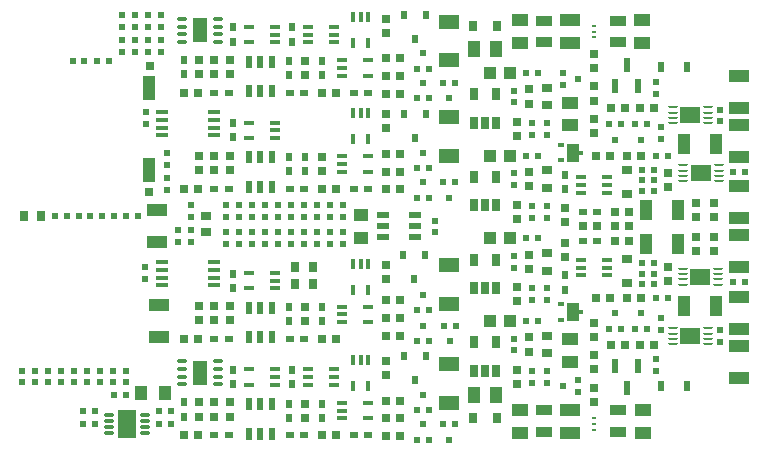
<source format=gbp>
G04 Layer_Color=128*
%FSLAX44Y44*%
%MOMM*%
G71*
G01*
G75*
%ADD10R,1.4000X0.9500*%
%ADD11R,1.4000X1.0500*%
%ADD32R,1.6500X2.4000*%
G04:AMPARAMS|DCode=33|XSize=0.3mm|YSize=0.8mm|CornerRadius=0.075mm|HoleSize=0mm|Usage=FLASHONLY|Rotation=270.000|XOffset=0mm|YOffset=0mm|HoleType=Round|Shape=RoundedRectangle|*
%AMROUNDEDRECTD33*
21,1,0.3000,0.6500,0,0,270.0*
21,1,0.1500,0.8000,0,0,270.0*
1,1,0.1500,-0.3250,-0.0750*
1,1,0.1500,-0.3250,0.0750*
1,1,0.1500,0.3250,0.0750*
1,1,0.1500,0.3250,-0.0750*
%
%ADD33ROUNDEDRECTD33*%
%ADD39R,0.9000X0.8000*%
%ADD40R,0.6000X0.8000*%
%ADD41R,0.6500X1.1000*%
%ADD42R,0.6000X0.6000*%
%ADD43R,0.6000X0.6000*%
%ADD45R,1.3000X1.0000*%
%ADD46R,0.8000X0.9000*%
%ADD47R,1.7000X1.1000*%
%ADD48R,1.1000X1.7000*%
%ADD49R,1.1000X2.0000*%
%ADD50R,0.8000X0.8000*%
%ADD89R,0.5000X0.6000*%
%ADD90R,0.7000X0.8000*%
%ADD91R,1.8000X1.0000*%
%ADD92R,1.8000X1.2500*%
%ADD93R,0.6000X0.5000*%
%ADD94R,0.6000X1.2000*%
%ADD95R,0.6000X1.1000*%
%ADD96R,1.0500X0.6000*%
%ADD97R,0.5500X0.8000*%
%ADD98R,1.1000X1.6000*%
%ADD99R,0.5000X0.4000*%
%ADD100R,0.6300X0.8300*%
%ADD101R,0.8500X0.3500*%
G04:AMPARAMS|DCode=103|XSize=0.39mm|YSize=0.15mm|CornerRadius=0.0375mm|HoleSize=0mm|Usage=FLASHONLY|Rotation=180.000|XOffset=0mm|YOffset=0mm|HoleType=Round|Shape=RoundedRectangle|*
%AMROUNDEDRECTD103*
21,1,0.3900,0.0750,0,0,180.0*
21,1,0.3150,0.1500,0,0,180.0*
1,1,0.0750,-0.1575,0.0375*
1,1,0.0750,0.1575,0.0375*
1,1,0.0750,0.1575,-0.0375*
1,1,0.0750,-0.1575,-0.0375*
%
%ADD103ROUNDEDRECTD103*%
%ADD104R,0.7000X0.9000*%
%ADD105R,1.2000X2.1500*%
G04:AMPARAMS|DCode=106|XSize=0.35mm|YSize=0.8mm|CornerRadius=0.0875mm|HoleSize=0mm|Usage=FLASHONLY|Rotation=90.000|XOffset=0mm|YOffset=0mm|HoleType=Round|Shape=RoundedRectangle|*
%AMROUNDEDRECTD106*
21,1,0.3500,0.6250,0,0,90.0*
21,1,0.1750,0.8000,0,0,90.0*
1,1,0.1750,0.3125,0.0875*
1,1,0.1750,0.3125,-0.0875*
1,1,0.1750,-0.3125,-0.0875*
1,1,0.1750,-0.3125,0.0875*
%
%ADD106ROUNDEDRECTD106*%
%ADD107R,1.7500X1.4500*%
G04:AMPARAMS|DCode=108|XSize=0.25mm|YSize=0.8mm|CornerRadius=0.0625mm|HoleSize=0mm|Usage=FLASHONLY|Rotation=270.000|XOffset=0mm|YOffset=0mm|HoleType=Round|Shape=RoundedRectangle|*
%AMROUNDEDRECTD108*
21,1,0.2500,0.6750,0,0,270.0*
21,1,0.1250,0.8000,0,0,270.0*
1,1,0.1250,-0.3375,-0.0625*
1,1,0.1250,-0.3375,0.0625*
1,1,0.1250,0.3375,0.0625*
1,1,0.1250,0.3375,-0.0625*
%
%ADD108ROUNDEDRECTD108*%
%ADD109R,1.1000X1.0000*%
%ADD110R,1.0000X1.3000*%
G04:AMPARAMS|DCode=111|XSize=0.41mm|YSize=1.1mm|CornerRadius=0.1025mm|HoleSize=0mm|Usage=FLASHONLY|Rotation=90.000|XOffset=0mm|YOffset=0mm|HoleType=Round|Shape=RoundedRectangle|*
%AMROUNDEDRECTD111*
21,1,0.4100,0.8950,0,0,90.0*
21,1,0.2050,1.1000,0,0,90.0*
1,1,0.2050,0.4475,0.1025*
1,1,0.2050,0.4475,-0.1025*
1,1,0.2050,-0.4475,-0.1025*
1,1,0.2050,-0.4475,0.1025*
%
%ADD111ROUNDEDRECTD111*%
%ADD112R,0.8000X0.6000*%
%ADD113R,1.0500X1.4000*%
%ADD114R,0.8000X0.7000*%
%ADD115R,0.3500X0.8500*%
D10*
X522500Y44250D02*
D03*
Y25750D02*
D03*
X460000Y44250D02*
D03*
Y25750D02*
D03*
X460000Y355750D02*
D03*
Y374250D02*
D03*
X522500Y355750D02*
D03*
Y374250D02*
D03*
D11*
X440000Y355500D02*
D03*
Y374500D02*
D03*
X482500Y285500D02*
D03*
Y304500D02*
D03*
X543000Y355500D02*
D03*
Y374500D02*
D03*
X544000Y44500D02*
D03*
Y25500D02*
D03*
X440000Y44500D02*
D03*
Y25500D02*
D03*
X482500Y104500D02*
D03*
Y85500D02*
D03*
D32*
X107000Y33000D02*
D03*
D33*
X92000Y25500D02*
D03*
Y30500D02*
D03*
Y35500D02*
D03*
Y40500D02*
D03*
X122000D02*
D03*
Y35500D02*
D03*
Y30500D02*
D03*
Y25500D02*
D03*
D39*
X530000Y227250D02*
D03*
Y247500D02*
D03*
X530000Y172750D02*
D03*
Y152500D02*
D03*
X462500Y177500D02*
D03*
Y162500D02*
D03*
X462500Y247500D02*
D03*
Y232500D02*
D03*
X462500Y107500D02*
D03*
Y92500D02*
D03*
X174000Y209000D02*
D03*
Y195000D02*
D03*
X462500Y317500D02*
D03*
Y302500D02*
D03*
D40*
X477500Y243500D02*
D03*
Y231500D02*
D03*
X477500Y146500D02*
D03*
Y158500D02*
D03*
X244000Y247000D02*
D03*
Y259000D02*
D03*
Y120000D02*
D03*
Y132000D02*
D03*
X196500Y275500D02*
D03*
Y287500D02*
D03*
X196500Y148000D02*
D03*
Y160000D02*
D03*
X258000Y247000D02*
D03*
Y259000D02*
D03*
X272000Y120000D02*
D03*
Y132000D02*
D03*
X246500Y356500D02*
D03*
Y368500D02*
D03*
Y66500D02*
D03*
Y78500D02*
D03*
X244000Y328000D02*
D03*
Y340000D02*
D03*
Y38000D02*
D03*
Y50000D02*
D03*
X196500Y356500D02*
D03*
Y368500D02*
D03*
Y66500D02*
D03*
Y78500D02*
D03*
X272000Y328000D02*
D03*
Y340000D02*
D03*
Y38000D02*
D03*
Y50000D02*
D03*
X155000Y329000D02*
D03*
Y341000D02*
D03*
Y39000D02*
D03*
Y51000D02*
D03*
D41*
X419500Y288000D02*
D03*
X410000D02*
D03*
X400500D02*
D03*
Y312000D02*
D03*
X419500D02*
D03*
X419500Y78000D02*
D03*
X410000D02*
D03*
X400500D02*
D03*
Y102000D02*
D03*
X419500D02*
D03*
X419500Y218000D02*
D03*
X410000D02*
D03*
X400500D02*
D03*
Y242000D02*
D03*
X419500D02*
D03*
X419500Y148000D02*
D03*
X410000D02*
D03*
X400500D02*
D03*
Y172000D02*
D03*
X419500D02*
D03*
D42*
X455000Y330000D02*
D03*
X445000D02*
D03*
X445000Y190000D02*
D03*
X455000D02*
D03*
X61000Y340000D02*
D03*
X71000D02*
D03*
X92000Y340000D02*
D03*
X82000D02*
D03*
X134000Y33000D02*
D03*
X144000D02*
D03*
X80000Y33000D02*
D03*
X70000D02*
D03*
X86000Y209000D02*
D03*
X96000D02*
D03*
X106000Y209000D02*
D03*
X116000D02*
D03*
X76000Y209000D02*
D03*
X66000D02*
D03*
X445000Y120000D02*
D03*
X455000D02*
D03*
X455000Y260000D02*
D03*
X445000D02*
D03*
X96000Y57000D02*
D03*
X106000D02*
D03*
X80000Y44000D02*
D03*
X70000D02*
D03*
X144000Y44000D02*
D03*
X134000D02*
D03*
X56000Y209000D02*
D03*
X46000D02*
D03*
X565000Y139000D02*
D03*
X555000D02*
D03*
X565000Y260000D02*
D03*
X555000D02*
D03*
X620000Y153000D02*
D03*
X630000D02*
D03*
X620000Y246500D02*
D03*
X630000D02*
D03*
D43*
X558850Y112500D02*
D03*
Y122500D02*
D03*
X609000Y289000D02*
D03*
Y299000D02*
D03*
X609000Y102000D02*
D03*
Y112000D02*
D03*
X367500Y195000D02*
D03*
Y205000D02*
D03*
X435000Y175000D02*
D03*
Y165000D02*
D03*
X462500Y287500D02*
D03*
Y277500D02*
D03*
X462500Y137500D02*
D03*
Y147500D02*
D03*
X462500Y217500D02*
D03*
Y207500D02*
D03*
X462500Y67500D02*
D03*
Y77500D02*
D03*
X161000Y208000D02*
D03*
Y218000D02*
D03*
X161000Y197000D02*
D03*
Y187000D02*
D03*
X213000Y218000D02*
D03*
Y208000D02*
D03*
X246000Y185000D02*
D03*
Y195000D02*
D03*
X268000Y208000D02*
D03*
Y218000D02*
D03*
X235000Y195000D02*
D03*
Y185000D02*
D03*
X224000Y218000D02*
D03*
Y208000D02*
D03*
X290000Y195000D02*
D03*
Y185000D02*
D03*
X257000Y195000D02*
D03*
Y185000D02*
D03*
X279000Y218000D02*
D03*
Y208000D02*
D03*
X191000Y185000D02*
D03*
Y195000D02*
D03*
X202000Y195000D02*
D03*
Y185000D02*
D03*
X103000Y369000D02*
D03*
Y379000D02*
D03*
X114000Y369000D02*
D03*
Y379000D02*
D03*
X103000Y348000D02*
D03*
Y358000D02*
D03*
X114000D02*
D03*
Y348000D02*
D03*
X18000Y78000D02*
D03*
Y68000D02*
D03*
X29000Y78000D02*
D03*
Y68000D02*
D03*
X73000Y78000D02*
D03*
Y68000D02*
D03*
X40000D02*
D03*
Y78000D02*
D03*
X84000D02*
D03*
Y68000D02*
D03*
X435000Y315000D02*
D03*
Y305000D02*
D03*
X559000Y284000D02*
D03*
Y274000D02*
D03*
X141000Y241000D02*
D03*
Y231000D02*
D03*
X141000Y252000D02*
D03*
Y262000D02*
D03*
X123000Y297000D02*
D03*
Y287000D02*
D03*
X122500Y155250D02*
D03*
Y165250D02*
D03*
X450000Y287500D02*
D03*
Y277500D02*
D03*
X450000Y137500D02*
D03*
Y147500D02*
D03*
X450000Y217500D02*
D03*
Y207500D02*
D03*
X450000Y67500D02*
D03*
Y77500D02*
D03*
X435000Y245000D02*
D03*
Y235000D02*
D03*
X435000Y95000D02*
D03*
Y105000D02*
D03*
X150000Y187000D02*
D03*
Y197000D02*
D03*
X213000Y195000D02*
D03*
Y185000D02*
D03*
X246000Y208000D02*
D03*
Y218000D02*
D03*
X268000Y185000D02*
D03*
Y195000D02*
D03*
X235000Y218000D02*
D03*
Y208000D02*
D03*
X202000Y218000D02*
D03*
Y208000D02*
D03*
X224000Y195000D02*
D03*
Y185000D02*
D03*
X290000Y218000D02*
D03*
Y208000D02*
D03*
X257000Y218000D02*
D03*
Y208000D02*
D03*
X279000Y195000D02*
D03*
Y185000D02*
D03*
X191000Y218000D02*
D03*
Y208000D02*
D03*
X125000Y358000D02*
D03*
Y348000D02*
D03*
X125000Y369000D02*
D03*
Y379000D02*
D03*
X136000Y379000D02*
D03*
Y369000D02*
D03*
X136000Y358000D02*
D03*
Y348000D02*
D03*
X62000Y68000D02*
D03*
Y78000D02*
D03*
X106000Y68000D02*
D03*
Y78000D02*
D03*
X51000Y68000D02*
D03*
Y78000D02*
D03*
X95000Y68000D02*
D03*
Y78000D02*
D03*
D45*
X305500Y190000D02*
D03*
Y210000D02*
D03*
D46*
X399750Y370000D02*
D03*
X420000D02*
D03*
X264500Y151000D02*
D03*
X249500D02*
D03*
X19500Y209000D02*
D03*
X34500D02*
D03*
X399750Y37500D02*
D03*
X420000D02*
D03*
D47*
X625000Y259000D02*
D03*
Y286000D02*
D03*
X625000Y165500D02*
D03*
Y192500D02*
D03*
X625000Y300500D02*
D03*
Y327500D02*
D03*
X132500Y186500D02*
D03*
Y213500D02*
D03*
X625000Y140500D02*
D03*
Y113500D02*
D03*
X625000Y234000D02*
D03*
Y207000D02*
D03*
X625000Y99000D02*
D03*
Y72000D02*
D03*
X134000Y133500D02*
D03*
Y106500D02*
D03*
D48*
X573500Y214000D02*
D03*
X546500D02*
D03*
X579000Y132500D02*
D03*
X606000D02*
D03*
X579000Y270000D02*
D03*
X606000D02*
D03*
X573500Y185000D02*
D03*
X546500D02*
D03*
D49*
X126000Y247500D02*
D03*
X126000Y317500D02*
D03*
D50*
X125750Y229250D02*
D03*
X126250Y335750D02*
D03*
D89*
X358000Y237500D02*
D03*
X363000Y224500D02*
D03*
X353000D02*
D03*
X357500Y116000D02*
D03*
X362500Y103000D02*
D03*
X352500D02*
D03*
X358000Y262500D02*
D03*
X363000Y249500D02*
D03*
X353000D02*
D03*
X357500Y142000D02*
D03*
X362500Y129000D02*
D03*
X352500D02*
D03*
X358000Y321500D02*
D03*
X363000Y308500D02*
D03*
X353000D02*
D03*
X358000Y32500D02*
D03*
X363000Y19500D02*
D03*
X353000D02*
D03*
X358000Y346500D02*
D03*
X363000Y333500D02*
D03*
X353000D02*
D03*
X358000Y57500D02*
D03*
X363000Y44500D02*
D03*
X353000D02*
D03*
X555000Y77500D02*
D03*
Y87500D02*
D03*
X380000Y224500D02*
D03*
X375000Y237500D02*
D03*
X385000D02*
D03*
X380500Y103000D02*
D03*
X375500Y116000D02*
D03*
X385500D02*
D03*
X380000Y308500D02*
D03*
X375000Y321500D02*
D03*
X385000D02*
D03*
X380000Y19500D02*
D03*
X375000Y32500D02*
D03*
X385000D02*
D03*
X555000Y322500D02*
D03*
Y312500D02*
D03*
X542500Y126500D02*
D03*
X547500Y113500D02*
D03*
X537500D02*
D03*
X542500Y273500D02*
D03*
X537500Y286500D02*
D03*
X547500D02*
D03*
X520000Y126500D02*
D03*
X525000Y113500D02*
D03*
X515000D02*
D03*
X520000Y273500D02*
D03*
X515000Y286500D02*
D03*
X525000D02*
D03*
D90*
X502500Y91000D02*
D03*
Y79000D02*
D03*
X502500Y346000D02*
D03*
Y334000D02*
D03*
X502500Y118500D02*
D03*
Y106500D02*
D03*
X477500Y216000D02*
D03*
Y204000D02*
D03*
X604000Y220000D02*
D03*
Y208000D02*
D03*
X565000Y166000D02*
D03*
Y154000D02*
D03*
X272000Y259000D02*
D03*
Y247000D02*
D03*
X258000Y132000D02*
D03*
Y120000D02*
D03*
X168000Y260000D02*
D03*
Y248000D02*
D03*
Y132500D02*
D03*
Y120500D02*
D03*
X181000Y260000D02*
D03*
Y248000D02*
D03*
Y132500D02*
D03*
Y120500D02*
D03*
X326000Y295000D02*
D03*
Y283000D02*
D03*
Y167500D02*
D03*
Y155500D02*
D03*
X258000Y340000D02*
D03*
Y328000D02*
D03*
Y50000D02*
D03*
Y38000D02*
D03*
X168000Y341000D02*
D03*
Y329000D02*
D03*
Y51000D02*
D03*
Y39000D02*
D03*
X181000Y341000D02*
D03*
Y329000D02*
D03*
Y51000D02*
D03*
Y39000D02*
D03*
X326000Y376000D02*
D03*
Y364000D02*
D03*
Y86000D02*
D03*
Y74000D02*
D03*
X437500Y276500D02*
D03*
Y288500D02*
D03*
X437500Y136500D02*
D03*
Y148500D02*
D03*
X447500Y164000D02*
D03*
Y176000D02*
D03*
X437500Y206500D02*
D03*
Y218500D02*
D03*
Y66500D02*
D03*
Y78500D02*
D03*
X447500Y234000D02*
D03*
Y246000D02*
D03*
Y94000D02*
D03*
Y106000D02*
D03*
X502500Y306500D02*
D03*
Y318500D02*
D03*
X502500Y51500D02*
D03*
Y63500D02*
D03*
X502500Y279000D02*
D03*
Y291000D02*
D03*
X477500Y174000D02*
D03*
Y186000D02*
D03*
X604000Y179000D02*
D03*
Y191000D02*
D03*
X565000Y233000D02*
D03*
Y245000D02*
D03*
X589000Y208000D02*
D03*
Y220000D02*
D03*
X589000Y179000D02*
D03*
Y191000D02*
D03*
X194000Y248000D02*
D03*
Y260000D02*
D03*
Y120500D02*
D03*
Y132500D02*
D03*
Y329000D02*
D03*
Y341000D02*
D03*
Y39000D02*
D03*
Y51000D02*
D03*
X447500Y304000D02*
D03*
Y316000D02*
D03*
D91*
X482450Y45000D02*
D03*
X482550Y25000D02*
D03*
X482550Y355000D02*
D03*
X482450Y375000D02*
D03*
D92*
X380000Y134500D02*
D03*
Y167500D02*
D03*
Y340500D02*
D03*
Y373500D02*
D03*
Y50500D02*
D03*
Y83500D02*
D03*
Y260000D02*
D03*
Y293000D02*
D03*
D93*
X489000Y325000D02*
D03*
X476000Y320000D02*
D03*
Y330000D02*
D03*
X543000Y230000D02*
D03*
X553000D02*
D03*
X543000Y151000D02*
D03*
X553000D02*
D03*
X543000Y248000D02*
D03*
X553000D02*
D03*
X543000Y160000D02*
D03*
X553000D02*
D03*
X543000Y239000D02*
D03*
X553000D02*
D03*
X553000Y169000D02*
D03*
X543000D02*
D03*
X476000Y65000D02*
D03*
X489000Y70000D02*
D03*
Y60000D02*
D03*
D94*
X530000Y336500D02*
D03*
X520500Y318500D02*
D03*
X539500D02*
D03*
X530000Y63500D02*
D03*
X539500Y81500D02*
D03*
X520500D02*
D03*
D95*
X229500Y233500D02*
D03*
X220000D02*
D03*
X210500D02*
D03*
Y258500D02*
D03*
X220000D02*
D03*
X229500D02*
D03*
Y24500D02*
D03*
X220000D02*
D03*
X210500D02*
D03*
Y49500D02*
D03*
X220000D02*
D03*
X229500D02*
D03*
Y314500D02*
D03*
X220000D02*
D03*
X210500D02*
D03*
Y339500D02*
D03*
X220000D02*
D03*
X229500D02*
D03*
Y106000D02*
D03*
X220000D02*
D03*
X210500D02*
D03*
Y131000D02*
D03*
X220000D02*
D03*
X229500D02*
D03*
D96*
X351000Y210000D02*
D03*
Y200500D02*
D03*
Y191000D02*
D03*
X324000D02*
D03*
Y200500D02*
D03*
Y210000D02*
D03*
D97*
X351000Y275000D02*
D03*
X341500Y295000D02*
D03*
X360500D02*
D03*
X351000Y70000D02*
D03*
X341500Y90000D02*
D03*
X360500D02*
D03*
X351000Y359000D02*
D03*
X341500Y379000D02*
D03*
X360500D02*
D03*
X350000Y155500D02*
D03*
X340500Y175500D02*
D03*
X359500D02*
D03*
D98*
X485000Y262500D02*
D03*
Y127500D02*
D03*
D99*
X490500Y262500D02*
D03*
X474500Y269000D02*
D03*
Y256000D02*
D03*
X490500Y127500D02*
D03*
X474500Y134000D02*
D03*
Y121000D02*
D03*
D100*
X581150Y335000D02*
D03*
X558850D02*
D03*
X581150Y65000D02*
D03*
X558850D02*
D03*
D101*
X491500Y228500D02*
D03*
Y235000D02*
D03*
Y241500D02*
D03*
X513500D02*
D03*
Y235000D02*
D03*
Y228500D02*
D03*
X210500Y288000D02*
D03*
Y275000D02*
D03*
X232500D02*
D03*
Y281500D02*
D03*
Y288000D02*
D03*
X311000Y37500D02*
D03*
Y50500D02*
D03*
X289000D02*
D03*
Y44000D02*
D03*
Y37500D02*
D03*
X311000Y327500D02*
D03*
Y340500D02*
D03*
X289000D02*
D03*
Y334000D02*
D03*
Y327500D02*
D03*
X210500Y79000D02*
D03*
Y66000D02*
D03*
X232500D02*
D03*
Y72500D02*
D03*
Y79000D02*
D03*
X210500Y369000D02*
D03*
Y356000D02*
D03*
X232500D02*
D03*
Y362500D02*
D03*
Y369000D02*
D03*
X282500Y79000D02*
D03*
Y72500D02*
D03*
Y66000D02*
D03*
X260500D02*
D03*
Y72500D02*
D03*
Y79000D02*
D03*
X282500Y369000D02*
D03*
Y362500D02*
D03*
Y356000D02*
D03*
X260500D02*
D03*
Y362500D02*
D03*
Y369000D02*
D03*
X311000Y119000D02*
D03*
Y132000D02*
D03*
X289000D02*
D03*
Y125500D02*
D03*
Y119000D02*
D03*
X311000Y246500D02*
D03*
Y259500D02*
D03*
X289000D02*
D03*
Y253000D02*
D03*
Y246500D02*
D03*
X210500Y160500D02*
D03*
Y147500D02*
D03*
X232500D02*
D03*
Y154000D02*
D03*
Y160500D02*
D03*
X491500Y158500D02*
D03*
Y165000D02*
D03*
Y171500D02*
D03*
X513500D02*
D03*
Y165000D02*
D03*
Y158500D02*
D03*
D103*
X502500Y365000D02*
D03*
Y360000D02*
D03*
Y370000D02*
D03*
X502500Y32500D02*
D03*
Y37500D02*
D03*
Y27500D02*
D03*
D104*
X264500Y166000D02*
D03*
X249500D02*
D03*
D105*
X169000Y366000D02*
D03*
Y76000D02*
D03*
D106*
X154000Y375750D02*
D03*
Y369250D02*
D03*
Y362750D02*
D03*
Y356250D02*
D03*
X184000D02*
D03*
Y362750D02*
D03*
Y369250D02*
D03*
Y375750D02*
D03*
X154000Y85750D02*
D03*
Y79250D02*
D03*
Y72750D02*
D03*
Y66250D02*
D03*
X184000D02*
D03*
Y72750D02*
D03*
Y79250D02*
D03*
Y85750D02*
D03*
D107*
X593000Y245000D02*
D03*
X584000Y107000D02*
D03*
Y294000D02*
D03*
X592500Y157500D02*
D03*
D108*
X608000Y238250D02*
D03*
Y242750D02*
D03*
Y247250D02*
D03*
Y251750D02*
D03*
X578000D02*
D03*
Y247250D02*
D03*
Y242750D02*
D03*
Y238250D02*
D03*
X599000Y100250D02*
D03*
Y104750D02*
D03*
Y109250D02*
D03*
Y113750D02*
D03*
X569000D02*
D03*
Y109250D02*
D03*
Y104750D02*
D03*
Y100250D02*
D03*
X599000Y287250D02*
D03*
Y291750D02*
D03*
Y296250D02*
D03*
Y300750D02*
D03*
X569000D02*
D03*
Y296250D02*
D03*
Y291750D02*
D03*
Y287250D02*
D03*
X607500Y150750D02*
D03*
Y155250D02*
D03*
Y159750D02*
D03*
Y164250D02*
D03*
X577500D02*
D03*
Y159750D02*
D03*
Y155250D02*
D03*
Y150750D02*
D03*
D109*
X414000Y330000D02*
D03*
X431000D02*
D03*
X414000Y190000D02*
D03*
X431000D02*
D03*
X414000Y260000D02*
D03*
X431000D02*
D03*
X414000Y120000D02*
D03*
X431000D02*
D03*
D110*
X139000Y59000D02*
D03*
X119000D02*
D03*
D111*
X137000Y150250D02*
D03*
Y156750D02*
D03*
Y163250D02*
D03*
Y169750D02*
D03*
X181000Y150250D02*
D03*
Y156750D02*
D03*
Y163250D02*
D03*
Y169750D02*
D03*
X181000Y296750D02*
D03*
Y290250D02*
D03*
Y283750D02*
D03*
Y277250D02*
D03*
X137000Y296750D02*
D03*
Y290250D02*
D03*
Y283750D02*
D03*
Y277250D02*
D03*
D112*
X193000Y23000D02*
D03*
X181000D02*
D03*
X193000Y313000D02*
D03*
X181000D02*
D03*
X245000Y23000D02*
D03*
X257000D02*
D03*
X245000Y313000D02*
D03*
X257000D02*
D03*
X193000Y104500D02*
D03*
X181000D02*
D03*
X193000Y232000D02*
D03*
X181000D02*
D03*
X245000Y104500D02*
D03*
X257000D02*
D03*
X245000Y232000D02*
D03*
X257000D02*
D03*
X299000Y23000D02*
D03*
X311000D02*
D03*
X299000Y313000D02*
D03*
X311000D02*
D03*
X299000Y23000D02*
D03*
X311000D02*
D03*
X299000Y232000D02*
D03*
X311000D02*
D03*
X493000Y188000D02*
D03*
X505000D02*
D03*
X493000Y212500D02*
D03*
X505000D02*
D03*
D113*
X400500Y57500D02*
D03*
X419500D02*
D03*
X400500Y350000D02*
D03*
X419500D02*
D03*
D114*
X326000Y22500D02*
D03*
X338000D02*
D03*
X326000Y312500D02*
D03*
X338000D02*
D03*
X155000Y23000D02*
D03*
X167000D02*
D03*
X155000Y313000D02*
D03*
X167000D02*
D03*
X272000Y23000D02*
D03*
X284000D02*
D03*
X272000Y313000D02*
D03*
X284000D02*
D03*
X326500Y107500D02*
D03*
X338500D02*
D03*
X326000Y231500D02*
D03*
X338000D02*
D03*
X155000Y104500D02*
D03*
X167000D02*
D03*
X155000Y232000D02*
D03*
X167000D02*
D03*
X272000Y104500D02*
D03*
X284000D02*
D03*
X272000Y232000D02*
D03*
X284000D02*
D03*
X493000Y200000D02*
D03*
X505000D02*
D03*
X532000Y200000D02*
D03*
X520000D02*
D03*
X528500Y100000D02*
D03*
X516500D02*
D03*
X541500Y300000D02*
D03*
X553500D02*
D03*
X541500Y100000D02*
D03*
X553500D02*
D03*
X528500Y300000D02*
D03*
X516500D02*
D03*
X532000Y188000D02*
D03*
X520000D02*
D03*
X532000Y212500D02*
D03*
X520000D02*
D03*
X530000Y139500D02*
D03*
X542000D02*
D03*
X530000Y260000D02*
D03*
X542000D02*
D03*
X516000Y139500D02*
D03*
X504000D02*
D03*
X516000Y260000D02*
D03*
X504000D02*
D03*
X338000Y52500D02*
D03*
X326000D02*
D03*
X338000Y342500D02*
D03*
X326000D02*
D03*
Y37500D02*
D03*
X338000D02*
D03*
X326000Y327500D02*
D03*
X338000D02*
D03*
X338500Y137500D02*
D03*
X326500D02*
D03*
X338000Y261500D02*
D03*
X326000D02*
D03*
X326500Y122500D02*
D03*
X338500D02*
D03*
X326000Y246500D02*
D03*
X338000D02*
D03*
D115*
X298500Y65000D02*
D03*
X311500D02*
D03*
Y87000D02*
D03*
X305000D02*
D03*
X298500D02*
D03*
Y355000D02*
D03*
X311500D02*
D03*
Y377000D02*
D03*
X305000D02*
D03*
X298500D02*
D03*
Y146500D02*
D03*
X311500D02*
D03*
Y168500D02*
D03*
X305000D02*
D03*
X298500D02*
D03*
Y274000D02*
D03*
X311500D02*
D03*
Y296000D02*
D03*
X305000D02*
D03*
X298500D02*
D03*
M02*

</source>
